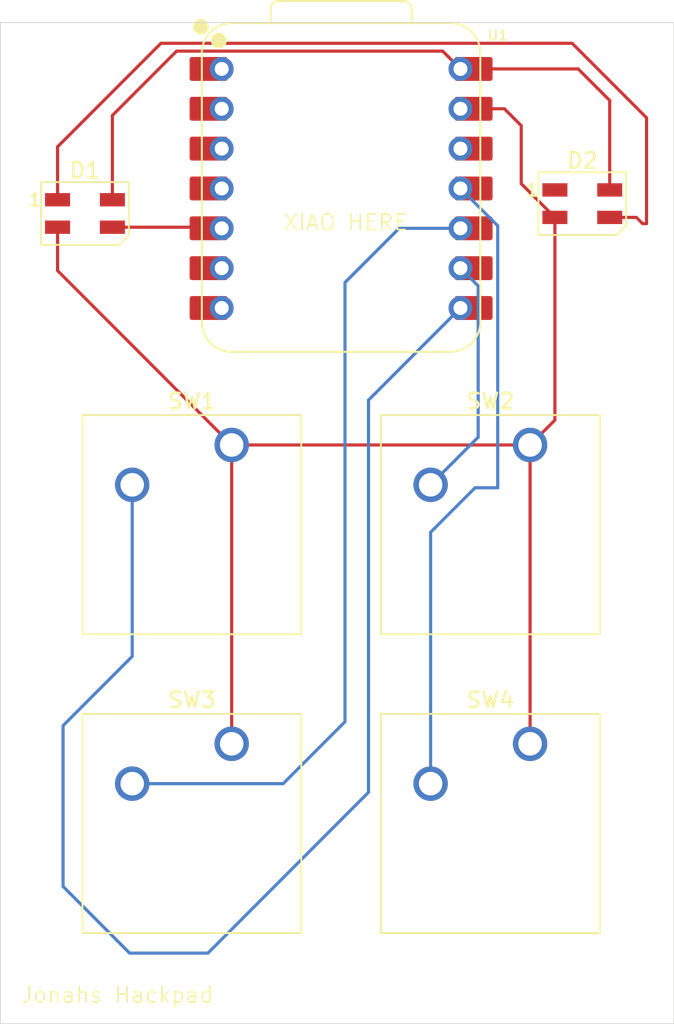
<source format=kicad_pcb>
(kicad_pcb (version 20241229) (generator "pcbnew") (generator_version "9.0")
  (layers (0 "F.Cu" signal) (2 "B.Cu" signal) (13 "F.Paste" user) (15 "B.Paste" user) (5 "F.SilkS" user "F.Silkscreen") (7 "B.SilkS" user "B.Silkscreen") (1 "F.Mask" user) (3 "B.Mask" user) (25 "Edge.Cuts" user))
  (net 0 "")
  (net 1 "+5V")
  (net 2 "GND")
  (net 3 "Net-(D1-DOUT)")
  (net 4 "Net-(D1-DIN)")
  (net 6 "Net-(U1-GPIO1{slash}RX)")
  (net 7 "Net-(U1-GPIO2{slash}SCK)")
  (net 8 "Net-(U1-GPIO4{slash}MISO)")
  (net 9 "Net-(U1-GPIO3{slash}MOSI)")
  (footprint "Button_Switch_Keyboard:SW_Cherry_MX_1.00u_PCB" (layer "F.Cu") (at 88.265 66.3575)
    (property "Reference" "SW1" (at -2.54 -2.794 0) (layer "F.SilkS"))
    (property "Value" "SW_Push")
    (fp_line (start -9.525 -1.905) (end 4.445 -1.905) (stroke (width 0.12)) (layer "F.SilkS"))
    (fp_line (start -9.525 12.065) (end -9.525 -1.905) (stroke (width 0.12)) (layer "F.SilkS"))
    (fp_line (start 4.445 -1.905) (end 4.445 12.065) (stroke (width 0.12)) (layer "F.SilkS"))
    (fp_line (start 4.445 12.065) (end -9.525 12.065) (stroke (width 0.12)) (layer "F.SilkS"))
    (pad "" np_thru_hole circle (at -7.62 5.08) (size 1.7 1.7) (drill 1.7) (layers "*.Cu" "*.Mask"))
    (pad "" np_thru_hole circle (at -2.54 5.08) (size 4 4) (drill 4) (layers "*.Cu" "*.Mask"))
    (pad "" np_thru_hole circle (at 2.54 5.08) (size 1.7 1.7) (drill 1.7) (layers "*.Cu" "*.Mask"))
    (pad "1" thru_hole circle (at 0 0) (size 2.2 2.2) (drill 1.5) (layers "*.Cu" "*.Mask") (net 2 "GND"))
    (pad "2" thru_hole circle (at -6.35 2.54) (size 2.2 2.2) (drill 1.5) (layers "*.Cu" "*.Mask") (net 6 "Net-(U1-GPIO1{slash}RX)"))
  )
  (footprint "LED_SMD:LED_SK6812MINI_PLCC4_3.5x3.5mm_P1.75mm" (layer "F.Cu") (at 78.9 51.6)
    (property "Reference" "D1" (at 0 -2.75 0) (layer "F.SilkS"))
    (property "Value" "SK6812MINI")
    (fp_line (start -2.8 -2) (end -2.8 2) (stroke (width 0.12)) (layer "F.SilkS"))
    (fp_line (start -2.8 -2) (end 2.8 -2) (stroke (width 0.12)) (layer "F.SilkS"))
    (fp_line (start -2.8 2) (end 2.2 2) (stroke (width 0.12)) (layer "F.SilkS"))
    (fp_line (start 2.8 1.4) (end 2.2 2) (stroke (width 0.12)) (layer "F.SilkS"))
    (fp_line (start 2.8 1.4) (end 2.8 -2) (stroke (width 0.12)) (layer "F.SilkS"))
    (fp_text user "1" (at -3.2 -0.875 0) (layer "F.SilkS") (effects (font (size 0.8 0.8))))
    (pad "1" smd rect (at -1.75 -0.875) (size 1.6 0.85) (layers "F.Cu" "F.Mask" "F.Paste") (net 3 "Net-(D1-DOUT)"))
    (pad "2" smd rect (at -1.75 0.875) (size 1.6 0.85) (layers "F.Cu" "F.Mask" "F.Paste") (net 2 "GND"))
    (pad "3" smd rect (at 1.75 0.875) (size 1.6 0.85) (layers "F.Cu" "F.Mask" "F.Paste") (net 4 "Net-(D1-DIN)"))
    (pad "4" smd rect (at 1.75 -0.875) (size 1.6 0.85) (layers "F.Cu" "F.Mask" "F.Paste") (net 1 "+5V"))
  )
  (footprint "OPL:XIAO-RP2040-DIP" (layer "F.Cu") (at 95.25 50.00625)
    (property "Reference" "U1" (at 10 -9.75625 0) (layer "F.SilkS") (effects (font (size 0.635 0.635) (thickness 0.1016))))
    (property "Value" "XIAO-RP2040-DIP")
    (fp_line (start -8.89 8.509) (end -8.89 -8.636) (stroke (width 0.127)) (layer "F.SilkS"))
    (fp_line (start -6.985 10.414) (end 6.985 10.414) (stroke (width 0.127)) (layer "F.SilkS"))
    (fp_line (start -4.495 -10.541) (end -4.491272 -11.451272) (stroke (width 0.127)) (layer "F.SilkS"))
    (fp_line (start -3.991272 -11.951) (end 4.004 -11.951) (stroke (width 0.127)) (layer "F.SilkS"))
    (fp_line (start 4.504 -11.451) (end 4.504 -10.541) (stroke (width 0.127)) (layer "F.SilkS"))
    (fp_line (start 6.985 -10.541) (end -6.985 -10.541) (stroke (width 0.1)) (layer "F.SilkS"))
    (fp_line (start 6.985 -10.541) (end -6.985 -10.541) (stroke (width 0.127)) (layer "F.SilkS"))
    (fp_line (start 8.89 8.509) (end 8.89 -8.636) (stroke (width 0.127)) (layer "F.SilkS"))
    (fp_arc (start -8.89 -8.636) (mid -8.332038 -9.983038) (end -6.985 -10.541) (stroke (width 0.127)) (layer "F.SilkS"))
    (fp_arc (start -6.985 10.414) (mid -8.332038 9.856038) (end -8.89 8.509) (stroke (width 0.127)) (layer "F.SilkS"))
    (fp_arc (start -4.491272 -11.451272) (mid -4.344728 -11.80464) (end -3.991272 -11.951) (stroke (width 0.127)) (layer "F.SilkS"))
    (fp_arc (start 4.004 -11.951) (mid 4.357553 -11.804553) (end 4.504 -11.451) (stroke (width 0.127)) (layer "F.SilkS"))
    (fp_arc (start 6.985 -10.541) (mid 8.332038 -9.983038) (end 8.89 -8.636) (stroke (width 0.127)) (layer "F.SilkS"))
    (fp_arc (start 8.89 8.509) (mid 8.332038 9.856038) (end 6.985 10.414) (stroke (width 0.127)) (layer "F.SilkS"))
    (fp_circle (center -8.95 -10.3) (end -8.95 -10.554) (stroke (width 0.5)) (fill yes) (layer "F.SilkS"))
    (fp_circle (center -7.807 -9.42) (end -7.807 -9.674) (stroke (width 0.5)) (fill yes) (layer "F.SilkS"))
    (pad "1" smd roundrect (at -8.455 -7.62 180) (size 2.432 1.524) (layers "F.Cu" "F.Mask") (roundrect_rratio 0.1))
    (pad "1" thru_hole circle (at -7.62 -7.62 180) (size 1.524 1.524) (drill 0.889) (layers "*.Cu" "*.Mask"))
    (pad "2" smd roundrect (at -8.455 -5.08 180) (size 2.432 1.524) (layers "F.Cu" "F.Mask") (roundrect_rratio 0.1))
    (pad "2" thru_hole circle (at -7.62 -5.08 180) (size 1.524 1.524) (drill 0.889) (layers "*.Cu" "*.Mask"))
    (pad "3" smd roundrect (at -8.455 -2.54 180) (size 2.432 1.524) (layers "F.Cu" "F.Mask") (roundrect_rratio 0.1))
    (pad "3" thru_hole circle (at -7.62 -2.54 180) (size 1.524 1.524) (drill 0.889) (layers "*.Cu" "*.Mask"))
    (pad "4" smd roundrect (at -8.455 0 180) (size 2.432 1.524) (layers "F.Cu" "F.Mask") (roundrect_rratio 0.1))
    (pad "4" thru_hole circle (at -7.62 0 180) (size 1.524 1.524) (drill 0.889) (layers "*.Cu" "*.Mask"))
    (pad "5" smd roundrect (at -8.455 2.54 180) (size 2.432 1.524) (layers "F.Cu" "F.Mask") (roundrect_rratio 0.1) (net 4 "Net-(D1-DIN)"))
    (pad "5" thru_hole circle (at -7.62 2.54 180) (size 1.524 1.524) (drill 0.889) (layers "*.Cu" "*.Mask") (net 4 "Net-(D1-DIN)"))
    (pad "6" smd roundrect (at -8.455 5.08 180) (size 2.432 1.524) (layers "F.Cu" "F.Mask") (roundrect_rratio 0.1))
    (pad "6" thru_hole circle (at -7.62 5.08 180) (size 1.524 1.524) (drill 0.889) (layers "*.Cu" "*.Mask"))
    (pad "7" smd roundrect (at -8.455 7.62 180) (size 2.432 1.524) (layers "F.Cu" "F.Mask") (roundrect_rratio 0.1))
    (pad "7" thru_hole circle (at -7.62 7.62 180) (size 1.524 1.524) (drill 0.889) (layers "*.Cu" "*.Mask"))
    (pad "8" thru_hole circle (at 7.62 7.62) (size 1.524 1.524) (drill 0.889) (layers "*.Cu" "*.Mask") (net 6 "Net-(U1-GPIO1{slash}RX)"))
    (pad "8" smd roundrect (at 8.455 7.62) (size 2.432 1.524) (layers "F.Cu" "F.Mask") (roundrect_rratio 0.1) (net 6 "Net-(U1-GPIO1{slash}RX)"))
    (pad "9" thru_hole circle (at 7.62 5.08) (size 1.524 1.524) (drill 0.889) (layers "*.Cu" "*.Mask") (net 7 "Net-(U1-GPIO2{slash}SCK)"))
    (pad "9" smd roundrect (at 8.455 5.08) (size 2.432 1.524) (layers "F.Cu" "F.Mask") (roundrect_rratio 0.1) (net 7 "Net-(U1-GPIO2{slash}SCK)"))
    (pad "10" thru_hole circle (at 7.62 2.54) (size 1.524 1.524) (drill 0.889) (layers "*.Cu" "*.Mask") (net 8 "Net-(U1-GPIO4{slash}MISO)"))
    (pad "10" smd roundrect (at 8.455 2.54) (size 2.432 1.524) (layers "F.Cu" "F.Mask") (roundrect_rratio 0.1) (net 8 "Net-(U1-GPIO4{slash}MISO)"))
    (pad "11" thru_hole circle (at 7.62 0) (size 1.524 1.524) (drill 0.889) (layers "*.Cu" "*.Mask") (net 9 "Net-(U1-GPIO3{slash}MOSI)"))
    (pad "11" smd roundrect (at 8.455 0) (size 2.432 1.524) (layers "F.Cu" "F.Mask") (roundrect_rratio 0.1) (net 9 "Net-(U1-GPIO3{slash}MOSI)"))
    (pad "12" thru_hole circle (at 7.62 -2.54) (size 1.524 1.524) (drill 0.889) (layers "*.Cu" "*.Mask"))
    (pad "12" smd roundrect (at 8.455 -2.54) (size 2.432 1.524) (layers "F.Cu" "F.Mask") (roundrect_rratio 0.1))
    (pad "13" thru_hole circle (at 7.62 -5.08) (size 1.524 1.524) (drill 0.889) (layers "*.Cu" "*.Mask") (net 2 "GND"))
    (pad "13" smd roundrect (at 8.455 -5.08) (size 2.432 1.524) (layers "F.Cu" "F.Mask") (roundrect_rratio 0.1) (net 2 "GND"))
    (pad "14" thru_hole circle (at 7.62 -7.62) (size 1.524 1.524) (drill 0.889) (layers "*.Cu" "*.Mask") (net 1 "+5V"))
    (pad "14" smd roundrect (at 8.455 -7.62) (size 2.432 1.524) (layers "F.Cu" "F.Mask") (roundrect_rratio 0.1) (net 1 "+5V"))
  )
  (footprint "LED_SMD:LED_SK6812MINI_PLCC4_3.5x3.5mm_P1.75mm" (layer "F.Cu") (at 110.65 50.975)
    (property "Reference" "D2" (at 0 -2.75 0) (layer "F.SilkS"))
    (property "Value" "SK6812MINI")
    (fp_line (start -2.8 -2) (end -2.8 2) (stroke (width 0.12)) (layer "F.SilkS"))
    (fp_line (start -2.8 -2) (end 2.8 -2) (stroke (width 0.12)) (layer "F.SilkS"))
    (fp_line (start -2.8 2) (end 2.2 2) (stroke (width 0.12)) (layer "F.SilkS"))
    (fp_line (start 2.8 1.4) (end 2.2 2) (stroke (width 0.12)) (layer "F.SilkS"))
    (fp_line (start 2.8 1.4) (end 2.8 -2) (stroke (width 0.12)) (layer "F.SilkS"))
    (fp_text user "1" (at -3.2 -0.875 0) (layer "F.SilkS") (effects (font (size 0.8 0.8))))
    (pad "1" smd rect (at -1.75 -0.875) (size 1.6 0.85) (layers "F.Cu" "F.Mask" "F.Paste"))
    (pad "2" smd rect (at -1.75 0.875) (size 1.6 0.85) (layers "F.Cu" "F.Mask" "F.Paste") (net 2 "GND"))
    (pad "3" smd rect (at 1.75 0.875) (size 1.6 0.85) (layers "F.Cu" "F.Mask" "F.Paste") (net 3 "Net-(D1-DOUT)"))
    (pad "4" smd rect (at 1.75 -0.875) (size 1.6 0.85) (layers "F.Cu" "F.Mask" "F.Paste") (net 1 "+5V"))
  )
  (footprint "Button_Switch_Keyboard:SW_Cherry_MX_1.00u_PCB" (layer "F.Cu") (at 107.315 66.3575)
    (property "Reference" "SW2" (at -2.54 -2.794 0) (layer "F.SilkS"))
    (property "Value" "SW_Push")
    (fp_line (start -9.525 -1.905) (end 4.445 -1.905) (stroke (width 0.12)) (layer "F.SilkS"))
    (fp_line (start -9.525 12.065) (end -9.525 -1.905) (stroke (width 0.12)) (layer "F.SilkS"))
    (fp_line (start 4.445 -1.905) (end 4.445 12.065) (stroke (width 0.12)) (layer "F.SilkS"))
    (fp_line (start 4.445 12.065) (end -9.525 12.065) (stroke (width 0.12)) (layer "F.SilkS"))
    (pad "" np_thru_hole circle (at -7.62 5.08) (size 1.7 1.7) (drill 1.7) (layers "*.Cu" "*.Mask"))
    (pad "" np_thru_hole circle (at -2.54 5.08) (size 4 4) (drill 4) (layers "*.Cu" "*.Mask"))
    (pad "" np_thru_hole circle (at 2.54 5.08) (size 1.7 1.7) (drill 1.7) (layers "*.Cu" "*.Mask"))
    (pad "1" thru_hole circle (at 0 0) (size 2.2 2.2) (drill 1.5) (layers "*.Cu" "*.Mask") (net 2 "GND"))
    (pad "2" thru_hole circle (at -6.35 2.54) (size 2.2 2.2) (drill 1.5) (layers "*.Cu" "*.Mask") (net 7 "Net-(U1-GPIO2{slash}SCK)"))
  )
  (footprint "Button_Switch_Keyboard:SW_Cherry_MX_1.00u_PCB" (layer "F.Cu") (at 107.315 85.4075)
    (property "Reference" "SW4" (at -2.54 -2.794 0) (layer "F.SilkS"))
    (property "Value" "SW_Push")
    (fp_line (start -9.525 -1.905) (end 4.445 -1.905) (stroke (width 0.12)) (layer "F.SilkS"))
    (fp_line (start -9.525 12.065) (end -9.525 -1.905) (stroke (width 0.12)) (layer "F.SilkS"))
    (fp_line (start 4.445 -1.905) (end 4.445 12.065) (stroke (width 0.12)) (layer "F.SilkS"))
    (fp_line (start 4.445 12.065) (end -9.525 12.065) (stroke (width 0.12)) (layer "F.SilkS"))
    (pad "" np_thru_hole circle (at -7.62 5.08) (size 1.7 1.7) (drill 1.7) (layers "*.Cu" "*.Mask"))
    (pad "" np_thru_hole circle (at -2.54 5.08) (size 4 4) (drill 4) (layers "*.Cu" "*.Mask"))
    (pad "" np_thru_hole circle (at 2.54 5.08) (size 1.7 1.7) (drill 1.7) (layers "*.Cu" "*.Mask"))
    (pad "1" thru_hole circle (at 0 0) (size 2.2 2.2) (drill 1.5) (layers "*.Cu" "*.Mask") (net 2 "GND"))
    (pad "2" thru_hole circle (at -6.35 2.54) (size 2.2 2.2) (drill 1.5) (layers "*.Cu" "*.Mask") (net 9 "Net-(U1-GPIO3{slash}MOSI)"))
  )
  (footprint "Button_Switch_Keyboard:SW_Cherry_MX_1.00u_PCB" (layer "F.Cu") (at 88.265 85.4075)
    (property "Reference" "SW3" (at -2.54 -2.794 0) (layer "F.SilkS"))
    (property "Value" "SW_Push")
    (fp_line (start -9.525 -1.905) (end 4.445 -1.905) (stroke (width 0.12)) (layer "F.SilkS"))
    (fp_line (start -9.525 12.065) (end -9.525 -1.905) (stroke (width 0.12)) (layer "F.SilkS"))
    (fp_line (start 4.445 -1.905) (end 4.445 12.065) (stroke (width 0.12)) (layer "F.SilkS"))
    (fp_line (start 4.445 12.065) (end -9.525 12.065) (stroke (width 0.12)) (layer "F.SilkS"))
    (pad "" np_thru_hole circle (at -7.62 5.08) (size 1.7 1.7) (drill 1.7) (layers "*.Cu" "*.Mask"))
    (pad "" np_thru_hole circle (at -2.54 5.08) (size 4 4) (drill 4) (layers "*.Cu" "*.Mask"))
    (pad "" np_thru_hole circle (at 2.54 5.08) (size 1.7 1.7) (drill 1.7) (layers "*.Cu" "*.Mask"))
    (pad "1" thru_hole circle (at 0 0) (size 2.2 2.2) (drill 1.5) (layers "*.Cu" "*.Mask") (net 2 "GND"))
    (pad "2" thru_hole circle (at -6.35 2.54) (size 2.2 2.2) (drill 1.5) (layers "*.Cu" "*.Mask") (net 8 "Net-(U1-GPIO4{slash}MISO)"))
  )
  (gr_rect (start 73.5 39.43) (end 116.5 103.25) (stroke (width 0.05)) (fill no) (layer "Edge.Cuts"))
  (gr_text "XIAO HERE" (at 91.5 52.75 0) (layer "F.SilkS") (effects (font (size 1 1) (thickness 0.1)) (justify left bottom)))
  (gr_text "Jonahs Hackpad" (at 74.75 102 0) (layer "F.SilkS") (effects (font (size 1 1) (thickness 0.1)) (justify left bottom)))
  (segment (start 80.65 50.725) (end 80.65 45.35) (width 0.2) (layer "F.Cu") (net 1))
  (segment (start 84.75 41.25) (end 101.73375 41.25) (width 0.2) (layer "F.Cu") (net 1))
  (segment (start 112.4 50.1) (end 112.4 44.4) (width 0.2) (layer "F.Cu") (net 1))
  (segment (start 112.4 44.4) (end 110.38625 42.38625) (width 0.2) (layer "F.Cu") (net 1))
  (segment (start 110.38625 42.38625) (end 102.87 42.38625) (width 0.2) (layer "F.Cu") (net 1))
  (segment (start 80.65 45.35) (end 84.75 41.25) (width 0.2) (layer "F.Cu") (net 1))
  (segment (start 101.73375 41.25) (end 102.87 42.38625) (width 0.2) (layer "F.Cu") (net 1))
  (segment (start 77.15 52.475) (end 77.15 55.2425) (width 0.2) (layer "F.Cu") (net 2))
  (segment (start 106.75 46) (end 105.67625 44.92625) (width 0.2) (layer "F.Cu") (net 2))
  (segment (start 108.9 51.85) (end 108.9 64.7725) (width 0.2) (layer "F.Cu") (net 2))
  (segment (start 105.67625 44.92625) (end 102.87 44.92625) (width 0.2) (layer "F.Cu") (net 2))
  (segment (start 88.265 66.3575) (end 107.315 66.3575) (width 0.2) (layer "F.Cu") (net 2))
  (segment (start 106.75 49.7) (end 106.75 46) (width 0.2) (layer "F.Cu") (net 2))
  (segment (start 108.9 64.7725) (end 107.315 66.3575) (width 0.2) (layer "F.Cu") (net 2))
  (segment (start 77.15 55.2425) (end 88.265 66.3575) (width 0.2) (layer "F.Cu") (net 2))
  (segment (start 107.315 66.3575) (end 107.315 85.4075) (width 0.2) (layer "F.Cu") (net 2))
  (segment (start 108.9 51.85) (end 106.75 49.7) (width 0.2) (layer "F.Cu") (net 2))
  (segment (start 88.265 66.3575) (end 88.265 85.4075) (width 0.2) (layer "F.Cu") (net 2))
  (segment (start 114.1 51.85) (end 112.4 51.85) (width 0.2) (layer "F.Cu") (net 3))
  (segment (start 114.75 52.25) (end 114.5 52.25) (width 0.2) (layer "F.Cu") (net 3))
  (segment (start 83.75 40.75) (end 110 40.75) (width 0.2) (layer "F.Cu") (net 3))
  (segment (start 114.5 52.25) (end 114.1 51.85) (width 0.2) (layer "F.Cu") (net 3))
  (segment (start 77.15 50.725) (end 77.15 47.35) (width 0.2) (layer "F.Cu") (net 3))
  (segment (start 114.75 45.5) (end 114.75 52.25) (width 0.2) (layer "F.Cu") (net 3))
  (segment (start 110 40.75) (end 114.75 45.5) (width 0.2) (layer "F.Cu") (net 3))
  (segment (start 77.15 47.35) (end 83.75 40.75) (width 0.2) (layer "F.Cu") (net 3))
  (segment (start 87.55875 52.475) (end 87.63 52.54625) (width 0.2) (layer "F.Cu") (net 4))
  (segment (start 80.65 52.475) (end 87.55875 52.475) (width 0.2) (layer "F.Cu") (net 4))
  (segment (start 81.915 68.8975) (end 81.915 79.835) (width 0.2) (layer "B.Cu") (net 6))
  (segment (start 77.5 94.5) (end 81.75 98.75) (width 0.2) (layer "B.Cu") (net 6))
  (segment (start 86.75 98.75) (end 97 88.5) (width 0.2) (layer "B.Cu") (net 6))
  (segment (start 77.5 84.25) (end 77.5 94.5) (width 0.2) (layer "B.Cu") (net 6))
  (segment (start 81.915 79.835) (end 77.5 84.25) (width 0.2) (layer "B.Cu") (net 6))
  (segment (start 97 63.49625) (end 102.87 57.62625) (width 0.2) (layer "B.Cu") (net 6))
  (segment (start 97 88.5) (end 97 63.49625) (width 0.2) (layer "B.Cu") (net 6))
  (segment (start 81.75 98.75) (end 86.75 98.75) (width 0.2) (layer "B.Cu") (net 6))
  (segment (start 104 56.21625) (end 102.87 55.08625) (width 0.2) (layer "B.Cu") (net 7))
  (segment (start 104 65.8625) (end 104 56.21625) (width 0.2) (layer "B.Cu") (net 7))
  (segment (start 100.965 68.8975) (end 104 65.8625) (width 0.2) (layer "B.Cu") (net 7))
  (segment (start 98.95375 52.54625) (end 95.5 56) (width 0.2) (layer "B.Cu") (net 8))
  (segment (start 95.5 56) (end 95.5 84) (width 0.2) (layer "B.Cu") (net 8))
  (segment (start 102.87 52.54625) (end 98.95375 52.54625) (width 0.2) (layer "B.Cu") (net 8))
  (segment (start 91.5525 87.9475) (end 81.915 87.9475) (width 0.2) (layer "B.Cu") (net 8))
  (segment (start 95.5 84) (end 91.5525 87.9475) (width 0.2) (layer "B.Cu") (net 8))
  (segment (start 105.25 69.0865) (end 103.801184 69.0865) (width 0.2) (layer "B.Cu") (net 9))
  (segment (start 100.965 71.922684) (end 100.965 87.9475) (width 0.2) (layer "B.Cu") (net 9))
  (segment (start 103.801184 69.0865) (end 100.965 71.922684) (width 0.2) (layer "B.Cu") (net 9))
  (segment (start 105.25 52.38625) (end 105.25 69.0865) (width 0.2) (layer "B.Cu") (net 9))
  (segment (start 102.87 50.00625) (end 105.25 52.38625) (width 0.2) (layer "B.Cu") (net 9))
)
</source>
